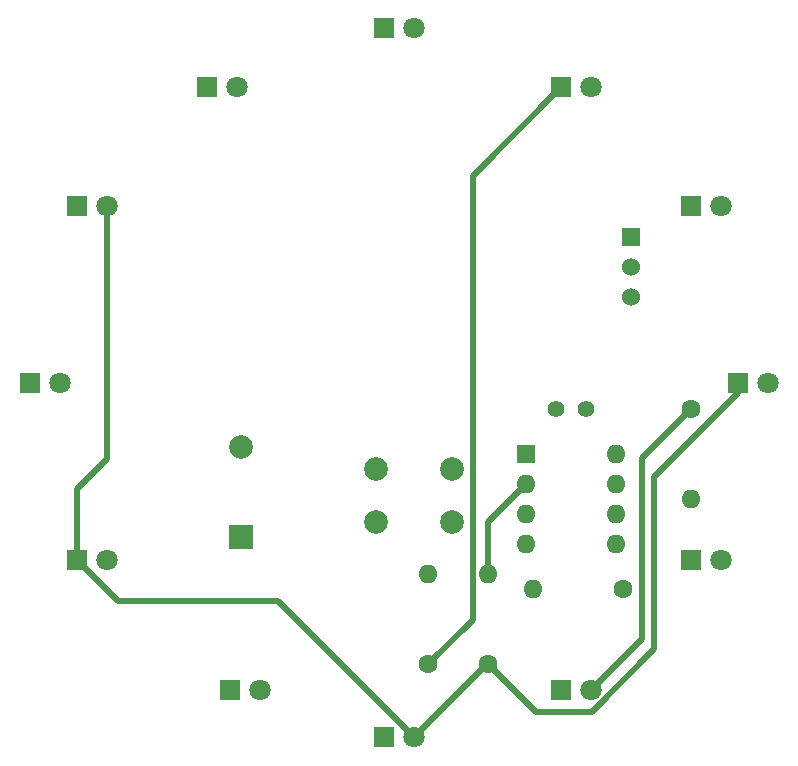
<source format=gbl>
G04 #@! TF.GenerationSoftware,KiCad,Pcbnew,6.0.5-a6ca702e91~116~ubuntu20.04.1*
G04 #@! TF.CreationDate,2022-06-19T21:22:33+02:00*
G04 #@! TF.ProjectId,attiny85_charlie_circle,61747469-6e79-4383-955f-636861726c69,0.10*
G04 #@! TF.SameCoordinates,Original*
G04 #@! TF.FileFunction,Copper,L2,Bot*
G04 #@! TF.FilePolarity,Positive*
%FSLAX46Y46*%
G04 Gerber Fmt 4.6, Leading zero omitted, Abs format (unit mm)*
G04 Created by KiCad (PCBNEW 6.0.5-a6ca702e91~116~ubuntu20.04.1) date 2022-06-19 21:22:33*
%MOMM*%
%LPD*%
G01*
G04 APERTURE LIST*
G04 #@! TA.AperFunction,ComponentPad*
%ADD10R,1.524000X1.524000*%
G04 #@! TD*
G04 #@! TA.AperFunction,ComponentPad*
%ADD11C,1.524000*%
G04 #@! TD*
G04 #@! TA.AperFunction,ComponentPad*
%ADD12C,1.600000*%
G04 #@! TD*
G04 #@! TA.AperFunction,ComponentPad*
%ADD13O,1.600000X1.600000*%
G04 #@! TD*
G04 #@! TA.AperFunction,ComponentPad*
%ADD14R,1.600000X1.600000*%
G04 #@! TD*
G04 #@! TA.AperFunction,ComponentPad*
%ADD15R,1.800000X1.800000*%
G04 #@! TD*
G04 #@! TA.AperFunction,ComponentPad*
%ADD16C,1.800000*%
G04 #@! TD*
G04 #@! TA.AperFunction,ComponentPad*
%ADD17R,2.000000X2.000000*%
G04 #@! TD*
G04 #@! TA.AperFunction,ComponentPad*
%ADD18C,2.000000*%
G04 #@! TD*
G04 #@! TA.AperFunction,ComponentPad*
%ADD19C,1.400000*%
G04 #@! TD*
G04 #@! TA.AperFunction,Conductor*
%ADD20C,0.500000*%
G04 #@! TD*
G04 APERTURE END LIST*
D10*
X119380000Y-87630000D03*
D11*
X119380000Y-90170000D03*
X119380000Y-92710000D03*
D12*
X124460000Y-102235000D03*
D13*
X124460000Y-109855000D03*
D12*
X102235000Y-123825000D03*
D13*
X102235000Y-116205000D03*
D12*
X118745000Y-117475000D03*
D13*
X111125000Y-117475000D03*
D12*
X107315000Y-123825000D03*
D13*
X107315000Y-116205000D03*
D14*
X110490000Y-106045000D03*
D13*
X110490000Y-108585000D03*
X110490000Y-111125000D03*
X110490000Y-113665000D03*
X118110000Y-113665000D03*
X118110000Y-111125000D03*
X118110000Y-108585000D03*
X118110000Y-106045000D03*
D15*
X124480000Y-85000000D03*
D16*
X127020000Y-85000000D03*
D15*
X128500000Y-100000000D03*
D16*
X131040000Y-100000000D03*
D15*
X124480000Y-115000000D03*
D16*
X127020000Y-115000000D03*
D15*
X113500000Y-125980000D03*
D16*
X116040000Y-125980000D03*
D15*
X98500000Y-130000000D03*
D16*
X101040000Y-130000000D03*
D15*
X85500000Y-125980000D03*
D16*
X88040000Y-125980000D03*
D15*
X72520000Y-115000000D03*
D16*
X75060000Y-115000000D03*
D15*
X68500000Y-100000000D03*
D16*
X71040000Y-100000000D03*
D15*
X72520000Y-85000000D03*
D16*
X75060000Y-85000000D03*
D15*
X83500000Y-74930000D03*
D16*
X86040000Y-74930000D03*
D15*
X98500000Y-70000000D03*
D16*
X101040000Y-70000000D03*
D17*
X86360000Y-113030000D03*
D18*
X86360000Y-105430000D03*
X104290000Y-107315000D03*
X97790000Y-107315000D03*
X104290000Y-111815000D03*
X97790000Y-111815000D03*
D15*
X113500000Y-74980000D03*
D16*
X116040000Y-74980000D03*
D19*
X115570000Y-102235000D03*
X113070000Y-102235000D03*
D20*
X72520000Y-109030000D02*
X72520000Y-115000000D01*
X101040000Y-130000000D02*
X89540000Y-118500000D01*
X75060000Y-106490000D02*
X72520000Y-109030000D01*
X107215000Y-123825000D02*
X107315000Y-123825000D01*
X121400000Y-122528498D02*
X121400000Y-107950000D01*
X107315000Y-123825000D02*
X111340000Y-127850000D01*
X101040000Y-130000000D02*
X107215000Y-123825000D01*
X128500000Y-100850000D02*
X128500000Y-100000000D01*
X89540000Y-118500000D02*
X76020000Y-118500000D01*
X75060000Y-85000000D02*
X75060000Y-106490000D01*
X116078498Y-127850000D02*
X121400000Y-122528498D01*
X76020000Y-118500000D02*
X72520000Y-115000000D01*
X121400000Y-107950000D02*
X128500000Y-100850000D01*
X111340000Y-127850000D02*
X116078498Y-127850000D01*
X106000000Y-82480000D02*
X113500000Y-74980000D01*
X106000000Y-120060000D02*
X106000000Y-82480000D01*
X102235000Y-123825000D02*
X106000000Y-120060000D01*
X124460000Y-102235000D02*
X120350000Y-106345000D01*
X120350000Y-121670000D02*
X116040000Y-125980000D01*
X120350000Y-106345000D02*
X120350000Y-121670000D01*
X107315000Y-116205000D02*
X107315000Y-111760000D01*
X107315000Y-111760000D02*
X110490000Y-108585000D01*
M02*

</source>
